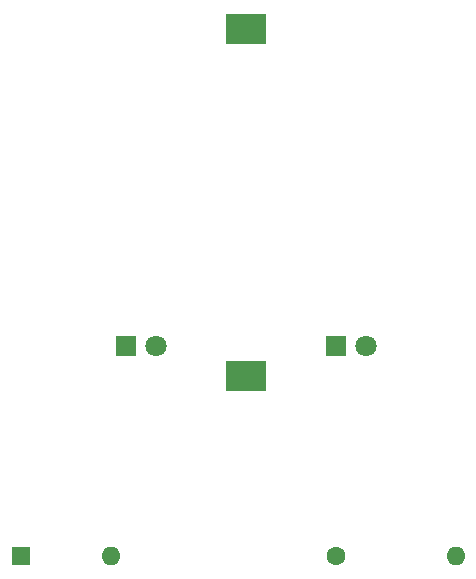
<source format=gbr>
%TF.GenerationSoftware,KiCad,Pcbnew,7.0.7*%
%TF.CreationDate,2023-09-10T14:40:23-07:00*%
%TF.ProjectId,cat-project,6361742d-7072-46f6-9a65-63742e6b6963,rev?*%
%TF.SameCoordinates,Original*%
%TF.FileFunction,Soldermask,Bot*%
%TF.FilePolarity,Negative*%
%FSLAX46Y46*%
G04 Gerber Fmt 4.6, Leading zero omitted, Abs format (unit mm)*
G04 Created by KiCad (PCBNEW 7.0.7) date 2023-09-10 14:40:23*
%MOMM*%
%LPD*%
G01*
G04 APERTURE LIST*
%ADD10C,1.600000*%
%ADD11O,1.600000X1.600000*%
%ADD12R,1.800000X1.800000*%
%ADD13C,1.800000*%
%ADD14R,1.600000X1.600000*%
%ADD15R,3.510000X2.540000*%
G04 APERTURE END LIST*
D10*
%TO.C,R1*%
X195580000Y-83820000D03*
D11*
X205740000Y-83820000D03*
%TD*%
D12*
%TO.C,D1*%
X195580000Y-66040000D03*
D13*
X198120000Y-66040000D03*
%TD*%
D11*
%TO.C,SW1*%
X176540000Y-83820000D03*
D14*
X168920000Y-83820000D03*
%TD*%
D12*
%TO.C,D2*%
X177800000Y-66040000D03*
D13*
X180340000Y-66040000D03*
%TD*%
D15*
%TO.C,BT1*%
X187960000Y-39220000D03*
X187960000Y-68580000D03*
%TD*%
M02*

</source>
